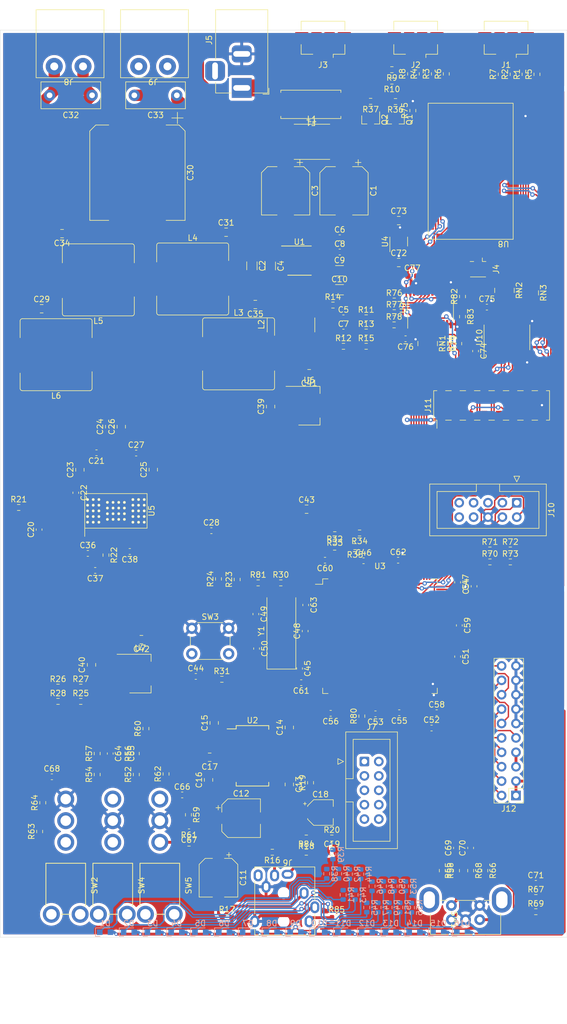
<source format=kicad_pcb>
(kicad_pcb (version 20210108) (generator pcbnew)

  (general
    (thickness 1.6)
  )

  (paper "A4")
  (layers
    (0 "F.Cu" signal)
    (31 "B.Cu" signal)
    (32 "B.Adhes" user "B.Adhesive")
    (33 "F.Adhes" user "F.Adhesive")
    (34 "B.Paste" user)
    (35 "F.Paste" user)
    (36 "B.SilkS" user "B.Silkscreen")
    (37 "F.SilkS" user "F.Silkscreen")
    (38 "B.Mask" user)
    (39 "F.Mask" user)
    (40 "Dwgs.User" user "User.Drawings")
    (41 "Cmts.User" user "User.Comments")
    (42 "Eco1.User" user "User.Eco1")
    (43 "Eco2.User" user "User.Eco2")
    (44 "Edge.Cuts" user)
    (45 "Margin" user)
    (46 "B.CrtYd" user "B.Courtyard")
    (47 "F.CrtYd" user "F.Courtyard")
    (48 "B.Fab" user)
    (49 "F.Fab" user)
  )

  (setup
    (stackup
      (layer "F.SilkS" (type "Top Silk Screen"))
      (layer "F.Paste" (type "Top Solder Paste"))
      (layer "F.Mask" (type "Top Solder Mask") (color "Green") (thickness 0.01))
      (layer "F.Cu" (type "copper") (thickness 0.035))
      (layer "dielectric 1" (type "core") (thickness 1.51) (material "FR4") (epsilon_r 4.5) (loss_tangent 0.02))
      (layer "B.Cu" (type "copper") (thickness 0.035))
      (layer "B.Mask" (type "Bottom Solder Mask") (color "Green") (thickness 0.01))
      (layer "B.Paste" (type "Bottom Solder Paste"))
      (layer "B.SilkS" (type "Bottom Silk Screen"))
      (copper_finish "None")
      (dielectric_constraints no)
    )
    (pcbplotparams
      (layerselection 0x00010fc_ffffffff)
      (disableapertmacros false)
      (usegerberextensions false)
      (usegerberattributes true)
      (usegerberadvancedattributes true)
      (creategerberjobfile true)
      (svguseinch false)
      (svgprecision 6)
      (excludeedgelayer true)
      (plotframeref false)
      (viasonmask false)
      (mode 1)
      (useauxorigin false)
      (hpglpennumber 1)
      (hpglpenspeed 20)
      (hpglpendiameter 15.000000)
      (dxfpolygonmode true)
      (dxfimperialunits true)
      (dxfusepcbnewfont true)
      (psnegative false)
      (psa4output false)
      (plotreference true)
      (plotvalue true)
      (plotinvisibletext false)
      (sketchpadsonfab false)
      (subtractmaskfromsilk false)
      (outputformat 1)
      (mirror false)
      (drillshape 1)
      (scaleselection 1)
      (outputdirectory "")
    )
  )


  (net 0 "")
  (net 1 "/Power Supply/19V_ANALOG")
  (net 2 "/Processor/~RST")
  (net 3 "/Processor/GPIO_I2S_WS")
  (net 4 "/Processor/SWCLK")
  (net 5 "/Front/MIC2")
  (net 6 "/Front/MIC1")
  (net 7 "+5V")
  (net 8 "/Processor/GPIO_I2S_SDO")
  (net 9 "/Processor/SWDIO")
  (net 10 "/Front/BT2")
  (net 11 "/Front/BT1")
  (net 12 "GND")
  (net 13 "Net-(R58-Pad2)")
  (net 14 "Net-(R59-Pad2)")
  (net 15 "/Front/PWR")
  (net 16 "Net-(D1-Pad1)")
  (net 17 "Net-(C31-Pad1)")
  (net 18 "/Speaker Amplifier/SPK_A+")
  (net 19 "/Speaker Amplifier/SPK_A-")
  (net 20 "Net-(C24-Pad1)")
  (net 21 "Net-(C25-Pad1)")
  (net 22 "Net-(C1-Pad1)")
  (net 23 "/Front/ENC_SW")
  (net 24 "Net-(C5-Pad1)")
  (net 25 "Net-(C6-Pad1)")
  (net 26 "Net-(C7-Pad1)")
  (net 27 "Net-(C7-Pad2)")
  (net 28 "Net-(C8-Pad1)")
  (net 29 "+3.3VA")
  (net 30 "Net-(C11-Pad1)")
  (net 31 "Net-(C11-Pad2)")
  (net 32 "Net-(C12-Pad1)")
  (net 33 "Net-(C12-Pad2)")
  (net 34 "Net-(C13-Pad1)")
  (net 35 "/Speaker Amplifier/3.3V")
  (net 36 "Net-(C18-Pad1)")
  (net 37 "Net-(C18-Pad2)")
  (net 38 "Net-(C20-Pad1)")
  (net 39 "Net-(C23-Pad1)")
  (net 40 "/Speaker Amplifier/SPK_B+")
  (net 41 "Net-(C26-Pad1)")
  (net 42 "/Speaker Amplifier/SPK_B-")
  (net 43 "Net-(C29-Pad1)")
  (net 44 "Net-(C32-Pad1)")
  (net 45 "Net-(C33-Pad1)")
  (net 46 "Net-(C36-Pad1)")
  (net 47 "Net-(C36-Pad2)")
  (net 48 "Net-(C37-Pad1)")
  (net 49 "Net-(F1-Pad2)")
  (net 50 "Net-(J1-Pad1)")
  (net 51 "Net-(J1-Pad2)")
  (net 52 "Net-(J1-Pad3)")
  (net 53 "/Processor/GPIO_I2S_SDI")
  (net 54 "Net-(J2-Pad1)")
  (net 55 "Net-(J2-Pad2)")
  (net 56 "Net-(J2-Pad3)")
  (net 57 "/Processor/GPIO_I2S_CK")
  (net 58 "/Front/ENC_A")
  (net 59 "Net-(J3-Pad2)")
  (net 60 "Net-(J3-Pad3)")
  (net 61 "/Front/ENC_B")
  (net 62 "no_connect_(J1-Pad4)")
  (net 63 "/Processor/USB1_DETECT")
  (net 64 "/Processor/USB1_DM")
  (net 65 "/Processor/USB2_DETECT")
  (net 66 "/Processor/USB2_DM")
  (net 67 "/Processor/USB1_DP")
  (net 68 "/Processor/USB2_DP")
  (net 69 "/Bluetooth/USB3_DM")
  (net 70 "/Bluetooth/USB3_DP")
  (net 71 "Net-(R11-Pad1)")
  (net 72 "Net-(R13-Pad1)")
  (net 73 "Net-(R18-Pad2)")
  (net 74 "Net-(R19-Pad2)")
  (net 75 "Net-(R22-Pad1)")
  (net 76 "no_connect_(J2-Pad4)")
  (net 77 "Net-(D2-Pad1)")
  (net 78 "no_connect_(J3-Pad1)")
  (net 79 "/Processor/GPIO_I2S_MCK")
  (net 80 "Net-(J4-Pad1)")
  (net 81 "Net-(R79-Pad1)")
  (net 82 "no_connect_(J3-Pad4)")
  (net 83 "Net-(R25-Pad2)")
  (net 84 "/Processor/GPIO_SPI_MISO")
  (net 85 "/Processor/EXT_READY")
  (net 86 "/Processor/GPIO_SPI_SCK")
  (net 87 "/Processor/GPIO_SPI_~SS")
  (net 88 "no_connect_(J5-Pad3)")
  (net 89 "Net-(R26-Pad2)")
  (net 90 "Net-(D3-Pad1)")
  (net 91 "/Processor/AMP_READY")
  (net 92 "+3V3")
  (net 93 "/Headphone Amplifier/HP_DETECT")
  (net 94 "/Front/FRONT_MOSI")
  (net 95 "/Front/FRONT_RCLK")
  (net 96 "Net-(C49-Pad2)")
  (net 97 "Net-(C50-Pad2)")
  (net 98 "/Bluetooth/SCL_1V8")
  (net 99 "/Front/FRONT_~RST")
  (net 100 "/Front/FRONT_SCLK")
  (net 101 "no_connect_(J7-Pad7)")
  (net 102 "/Front/IR")
  (net 103 "no_connect_(J7-Pad9)")
  (net 104 "no_connect_(J7-Pad10)")
  (net 105 "no_connect_(J10-Pad3)")
  (net 106 "no_connect_(J10-Pad5)")
  (net 107 "no_connect_(J10-Pad7)")
  (net 108 "no_connect_(J10-Pad8)")
  (net 109 "Net-(R27-Pad2)")
  (net 110 "Net-(R28-Pad2)")
  (net 111 "no_connect_(J10-Pad9)")
  (net 112 "no_connect_(J10-Pad10)")
  (net 113 "/Bluetooth/SDO")
  (net 114 "/Bluetooth/SDI")
  (net 115 "/Bluetooth/CK")
  (net 116 "/Bluetooth/WS")
  (net 117 "/Bluetooth/SPI{slash}~PCM")
  (net 118 "/Bluetooth/MFB")
  (net 119 "/Bluetooth/SCL")
  (net 120 "/Bluetooth/SDA")
  (net 121 "/Processor/~SPK_FAULT")
  (net 122 "/Headphone Amplifier/SCL")
  (net 123 "/Headphone Amplifier/SDA")
  (net 124 "Net-(C52-Pad1)")
  (net 125 "/Headphone Amplifier/CK")
  (net 126 "/Headphone Amplifier/WS")
  (net 127 "/Headphone Amplifier/SDO")
  (net 128 "/Front/VOL0")
  (net 129 "/Front/VOL1")
  (net 130 "/Front/VOL2")
  (net 131 "/Front/VOL3")
  (net 132 "/Front/VOL4")
  (net 133 "/Front/VOL5")
  (net 134 "/Front/VOL6")
  (net 135 "/Front/VOL7")
  (net 136 "/Bluetooth/SDA_1V8")
  (net 137 "Net-(C54-Pad1)")
  (net 138 "/Front/VOL8")
  (net 139 "/Front/VOL9")
  (net 140 "/Front/VOL10")
  (net 141 "/Front/VOL11")
  (net 142 "/Front/VOL12")
  (net 143 "/Front/VOL13")
  (net 144 "/Front/VOL14")
  (net 145 "/Front/VOL15")
  (net 146 "/Bluetooth/P18")
  (net 147 "/Bluetooth/P21")
  (net 148 "/Bluetooth/P31")
  (net 149 "/Bluetooth/P8")
  (net 150 "/Bluetooth/P9")
  (net 151 "/Bluetooth/P29")
  (net 152 "/Bluetooth/P30")
  (net 153 "no_connect_(SW2-Pad1)")
  (net 154 "no_connect_(U2-Pad2)")
  (net 155 "/Headphone Amplifier/SDI")
  (net 156 "/Bluetooth/MFB_")
  (net 157 "Net-(J11-Pad6)")
  (net 158 "Net-(R52-Pad2)")
  (net 159 "Net-(D4-Pad1)")
  (net 160 "Net-(R54-Pad2)")
  (net 161 "no_connect_(U2-Pad12)")
  (net 162 "no_connect_(U2-Pad13)")
  (net 163 "no_connect_(U2-Pad19)")
  (net 164 "no_connect_(U2-Pad20)")
  (net 165 "/Headphone Amplifier/MCLK")
  (net 166 "no_connect_(U2-Pad26)")
  (net 167 "/Processor/AMP_I2S_SDI")
  (net 168 "no_connect_(U3-Pad8)")
  (net 169 "no_connect_(U3-Pad9)")
  (net 170 "/Processor/GPIO_SPI_MOSI")
  (net 171 "no_connect_(U3-Pad19)")
  (net 172 "no_connect_(U3-Pad20)")
  (net 173 "no_connect_(J11-Pad8)")
  (net 174 "no_connect_(U3-Pad21)")
  (net 175 "/Bluetooth/3V3_BT")
  (net 176 "no_connect_(U3-Pad22)")
  (net 177 "no_connect_(U3-Pad70)")
  (net 178 "no_connect_(U3-Pad77)")
  (net 179 "no_connect_(U3-Pad78)")
  (net 180 "/Bluetooth/1V8_BT")
  (net 181 "/Bluetooth/SDO_3V3")
  (net 182 "no_connect_(J11-Pad10)")
  (net 183 "/Bluetooth/P29_1V8")
  (net 184 "/Bluetooth/P30_1V8")
  (net 185 "/Bluetooth/P18_1V8")
  (net 186 "/Bluetooth/P31_1V8")
  (net 187 "/Bluetooth/P8_1V8")
  (net 188 "/Bluetooth/P9_1V8")
  (net 189 "/Bluetooth/P21_1V8")
  (net 190 "/Bluetooth/SPI{slash}~PCM_1V8")
  (net 191 "/Bluetooth/SDO_1V8")
  (net 192 "no_connect_(U3-Pad79)")
  (net 193 "/Bluetooth/SDI_1V8")
  (net 194 "no_connect_(U3-Pad80)")
  (net 195 "Net-(RN1-Pad1)")
  (net 196 "Net-(RN1-Pad2)")
  (net 197 "Net-(RN1-Pad3)")
  (net 198 "Net-(RN1-Pad4)")
  (net 199 "Net-(RN2-Pad5)")
  (net 200 "Net-(R32-Pad2)")
  (net 201 "Net-(RN2-Pad6)")
  (net 202 "no_connect_(U3-Pad81)")
  (net 203 "no_connect_(U3-Pad82)")
  (net 204 "no_connect_(U3-Pad85)")
  (net 205 "no_connect_(U3-Pad86)")
  (net 206 "/Bluetooth/CK_1V8")
  (net 207 "/Bluetooth/WS_1V8")
  (net 208 "Net-(R60-Pad2)")
  (net 209 "Net-(D5-Pad1)")
  (net 210 "Net-(R63-Pad2)")
  (net 211 "Net-(D6-Pad1)")
  (net 212 "Net-(D7-Pad1)")
  (net 213 "Net-(D8-Pad1)")
  (net 214 "Net-(D9-Pad1)")
  (net 215 "Net-(D10-Pad1)")
  (net 216 "Net-(D11-Pad1)")
  (net 217 "Net-(D12-Pad1)")
  (net 218 "Net-(D13-Pad1)")
  (net 219 "Net-(D14-Pad1)")
  (net 220 "Net-(D15-Pad1)")
  (net 221 "Net-(D16-Pad1)")
  (net 222 "Net-(RN2-Pad7)")
  (net 223 "no_connect_(U3-Pad87)")
  (net 224 "no_connect_(U3-Pad88)")
  (net 225 "no_connect_(U3-Pad89)")
  (net 226 "no_connect_(U3-Pad90)")
  (net 227 "no_connect_(U3-Pad91)")
  (net 228 "no_connect_(U3-Pad92)")
  (net 229 "no_connect_(U3-Pad93)")
  (net 230 "no_connect_(U3-Pad97)")
  (net 231 "no_connect_(U3-Pad98)")
  (net 232 "no_connect_(U3-Pad99)")
  (net 233 "no_connect_(U3-Pad100)")
  (net 234 "no_connect_(U3-Pad101)")
  (net 235 "/Bluetooth/P17")
  (net 236 "/Bluetooth/P16")
  (net 237 "no_connect_(U3-Pad124)")
  (net 238 "/Bluetooth/P6")
  (net 239 "/Bluetooth/P7")
  (net 240 "no_connect_(U3-Pad132)")
  (net 241 "Net-(R66-Pad2)")
  (net 242 "no_connect_(U3-Pad133)")
  (net 243 "Net-(R67-Pad2)")
  (net 244 "no_connect_(U3-Pad134)")
  (net 245 "no_connect_(U3-Pad135)")
  (net 246 "Net-(R30-Pad2)")
  (net 247 "Net-(R80-Pad2)")
  (net 248 "Net-(R82-Pad1)")
  (net 249 "Net-(J6-PadS)")
  (net 250 "Net-(J6-PadR2)")
  (net 251 "Net-(R83-Pad1)")
  (net 252 "no_connect_(U3-Pad139)")
  (net 253 "no_connect_(U3-Pad140)")
  (net 254 "/Processor/~SPK_SD")
  (net 255 "no_connect_(U4-Pad4)")
  (net 256 "no_connect_(U8-Pad12)")
  (net 257 "no_connect_(U8-Pad16)")
  (net 258 "no_connect_(U8-Pad17)")
  (net 259 "no_connect_(U8-Pad20)")
  (net 260 "no_connect_(U8-Pad24)")
  (net 261 "Net-(RN2-Pad8)")
  (net 262 "Net-(RN3-Pad5)")
  (net 263 "no_connect_(U8-Pad28)")
  (net 264 "no_connect_(U8-Pad29)")
  (net 265 "Net-(RN3-Pad6)")
  (net 266 "Net-(RN3-Pad7)")
  (net 267 "Net-(RN3-Pad8)")
  (net 268 "no_connect_(U8-Pad30)")
  (net 269 "no_connect_(U8-Pad31)")
  (net 270 "no_connect_(U8-Pad32)")
  (net 271 "no_connect_(U8-Pad33)")
  (net 272 "no_connect_(U8-Pad34)")
  (net 273 "/Bluetooth/P17_1V8")
  (net 274 "/Bluetooth/P16_1V8")
  (net 275 "/Bluetooth/P7_1V8")
  (net 276 "/Bluetooth/P6_1V8")
  (net 277 "no_connect_(U8-Pad35)")
  (net 278 "no_connect_(U8-Pad36)")
  (net 279 "no_connect_(U8-Pad39)")
  (net 280 "no_connect_(U9-Pad9)")
  (net 281 "no_connect_(U9-Pad10)")
  (net 282 "no_connect_(U10-Pad9)")
  (net 283 "no_connect_(U10-Pad10)")

  (footprint "Resistor_SMD:R_0603_1608Metric" (layer "F.Cu") (at 137.4 32.725 90))

  (footprint "Resistor_SMD:R_0603_1608Metric" (layer "F.Cu") (at 139.45 32.725 90))

  (footprint "Resistor_SMD:R_0603_1608Metric" (layer "F.Cu") (at 143.7 32.725 90))

  (footprint "Resistor_SMD:R_0603_1608Metric" (layer "F.Cu") (at 157.6 32.8 90))

  (footprint "Connector_USB:USB_Micro-B_Amphenol_10104110_Horizontal" (layer "F.Cu") (at 138.3 27.6 180))

  (footprint "Package_QFP:LQFP-144_20x20mm_P0.5mm" (layer "F.Cu") (at 132 131.9))

  (footprint "Connector_USB:USB_Micro-B_Amphenol_10104110_Horizontal" (layer "F.Cu") (at 121.95 27.6 180))

  (footprint "Resistor_SMD:R_0603_1608Metric" (layer "F.Cu") (at 159.7 32.8 90))

  (footprint "Resistor_SMD:R_0603_1608Metric" (layer "F.Cu") (at 153.4 32.8 90))

  (footprint "Resistor_SMD:R_0603_1608Metric" (layer "F.Cu") (at 134.1 31.98 180))

  (footprint "Resistor_SMD:R_0603_1608Metric" (layer "F.Cu") (at 155.5 32.8 90))

  (footprint "Resistor_SMD:R_0603_1608Metric" (layer "F.Cu") (at 141.6 32.725 90))

  (footprint "Package_SO:SSOP-28_5.3x10.2mm_P0.65mm" (layer "F.Cu") (at 109.5 153))

  (footprint "Package_SO:Diodes_SO-8EP" (layer "F.Cu") (at 117.8025 65.655))

  (footprint "Connector_USB:USB_Micro-B_Amphenol_10104110_Horizontal" (layer "F.Cu") (at 154.25 27.6 180))

  (footprint "Resistor_SMD:R_0603_1608Metric" (layer "F.Cu") (at 134.1 34 180))

  (footprint "Connector_BarrelJack:BarrelJack_Horizontal" (layer "F.Cu") (at 107.6 35.2 -90))

  (footprint "Capacitor_SMD:C_0805_2012Metric" (layer "F.Cu") (at 116 158.05 -90))

  (footprint "Capacitor_SMD:C_0805_2012Metric" (layer "F.Cu") (at 116 148 90))

  (footprint "Capacitor_SMD:C_0805_2012Metric" (layer "F.Cu") (at 102.75 147.2 90))

  (footprint "Resistor_SMD:R_0603_1608Metric" (layer "F.Cu") (at 113 170 180))

  (footprint "Resistor_SMD:R_0603_1608Metric" (layer "F.Cu") (at 105 181.5))

  (footprint "Capacitor_SMD:C_0805_2012Metric" (layer "F.Cu") (at 101.75 157.25 90))

  (footprint "Capacitor_SMD:C_0805_2012Metric" (layer "F.Cu") (at 101.95 153.25 180))

  (footprint "Capacitor_SMD:C_0603_1608Metric" (layer "F.Cu") (at 125.55 75.75))

  (footprint "Capacitor_SMD:C_0603_1608Metric" (layer "F.Cu") (at 125.55 78.26))

  (footprint "Resistor_SMD:R_0603_1608Metric" (layer "F.Cu") (at 129.56 75.75))

  (footprint "Resistor_SMD:R_0603_1608Metric" (layer "F.Cu") (at 125.55 80.77))

  (footprint "Resistor_SMD:R_0603_1608Metric" (layer "F.Cu") (at 129.56 78.26))

  (footprint "Resistor_SMD:R_0603_1608Metric" (layer "F.Cu") (at 123.7 73.5))

  (footprint "Resistor_SMD:R_0603_1608Metric" (layer "F.Cu") (at 129.56 80.77))

  (footprint "Resistor_SMD:R_0603_1608Metric" (layer "F.Cu") (at 119.75 157.75 90))

  (footprint "Resistor_SMD:R_0603_1608Metric" (layer "F.Cu") (at 123.5 167.5))

  (footprint "Resistor_SMD:R_0603_1608Metric" (layer "F.Cu") (at 119 167.5 180))

  (footprint "Capacitor_SMD:CP_Elec_8x10" (layer "F.Cu") (at 125.65 53.35 -90))

  (footprint "Capacitor_SMD:C_1206_3216Metric" (layer "F.Cu") (at 109.4 66.575 -90))

  (footprint "Capacitor_SMD:CP_Elec_8x10" (layer "F.Cu") (at 115.35 53.35 -90))

  (footprint "Capacitor_SMD:C_1206_3216Metric" (layer "F.Cu") (at 112.65 66.6 -90))

  (footprint "Inductor_SMD:L_Bourns-SRN8040_8x8.15mm" (layer "F.Cu") (at 116.3 77 90))

  (footprint "Capacitor_SMD:C_0603_1608Metric" (layer "F.Cu") (at 123.5 170))

  (footprint "Inductor_SMD:L_Taiyo-Yuden_NR-60xx" (layer "F.Cu") (at 120 44.7))

  (footprint "Capacitor_SMD:CP_Elec_6.3x7.7" (layer "F.Cu")
    (tedit 5BCA39D0) (tstamp 00000000-0000-0000-0000-00005fb07a07)
    (at 103.5 174.5 -90)
    (descr "SMD capacitor, aluminum electrolytic, Nichicon, 6.3x7.7mm")
    (tags "capacitor electrolytic")
    (property "Dateiname Blatt" "headphone-amp.kicad_sch")
    (property "Mouser" "140-VZL221M1CTR-0607")
    (property "Part Name" "Lelon VZL221M1CTR-0607")
    (property "Schaltplanname" "Headphone Amplifier")
    (path "/00000000-0000-0000-0000-00005fa5bd36/00000000-0000-0000-0000-00005fb75a99")
    (attr smd)
    (fp_text reference "C11" (at 0 -4.35 90) (layer "F.SilkS")
      (effects (font (size 1 1) (thickness 0.15)))
      (tstamp f9416f35-fab8-47ef-8632-84fcdb77db69)
    )
    (fp_text value "220uF" (at 0 4.35 90) (layer "F.Fab")
      (effects (font (size 1 1) (thickness 0.15)))
      (tstamp 0a1004d0-aaa3-462c-accb-234d4e3c9b3e)
    )
    (fp_text user "${REFERENCE}" (at 0 0 90) (layer "F.Fab")
      (effects (font (size 1 1) (thickness 0.15)))
      (tstamp c2612a48-40fd-4824-97a3-26e144d66888)
    )
    (fp_line (start -2.345563 -3.41) (end 3.41 -3.41) (layer "F.SilkS") (width 0.12) (tstamp 1abdeec0-537c-4e1d-9da7-38434e28048e))
    (fp_line (start -4.04375 -2.24125) (end -4.04375 -1.45375) (layer "F.SilkS") (width 0.12) (tstamp 747b968e-91ff-401f-b82a-0fb2828daee4))
    (fp_line (start 3.41 -3.41) (end 3.41 -1.06) (layer "F.SilkS") (width 0.12) (tstamp acdd590a-7ea4-4379-ade1-e0ce2e08e89e))
    (fp_line (start -2.345563 3.41) (end 3.41 3.41) (layer "F.SilkS") (width 0.12) (tstamp b79a06e7-6da1-4d34-bbf2-3f2eb4ffd4d7))
    (fp_line (start -3.41 -2.345563) (end -3.41 -1.06) (layer "F.SilkS") (width 0.12) (tstamp bb1786c7-53a9-4f5d-928c-c1e807553afa))
    (fp_line (start -3.41 2.345563) (end -3.41 1.06) (layer "F.SilkS") (width 0.12) (tstamp bfbadd22-ec78-464b-beb0-408d1bd95f43))
    (fp_line (start 3.41 3.41) (end 3.41 1.06) (layer "F.SilkS") (width 0.12) (tstamp c37c42f7-3823-4401-9577-3d18d31c03ee))
    (fp_line (start -3.41 2.345563) (end -2.345563 3.41) (layer "F.SilkS") (width 0.12) (tstamp dc969c5d-c7bf-429e-a57d-ebfba7ddf4f8))
    (fp_line (start -3.41 -2.345563) (end -2.345563 -3.41) (layer "F.SilkS") (width 0.12) (tstamp f49d2fd3-9dc9-4ad2-a719-5bd89cb7fc69))
    (fp_line (start -4.4375 -1.8475) (end -3.65 -1.8475) (layer "F.SilkS") (width 0.12) (tstamp f7d64641-b960-49b2-9ed3-4f4216a1e6e2))
    (fp_line (start -3.55 2.4) (end -2.4 3.55) (layer "F.CrtYd") (width 0.05) (tstamp 0fc1c5f2-194c-40ef-8970-98162d8363f6))
    (fp_line (start -2.4 3.55) (end 3.55 3.55) (layer "F.CrtYd") (width 0.05) (tstamp 17b9e4b3-fcc2-46db-966a-442a10411c3a))
    (fp_line (start -3.55 1.05) (end -3.55 2.4) (layer "F.CrtYd") (width 0.05) (tstamp 23f1fc83-d1fa-42fa-8ae5-6a32950635a7))
    (fp_line (start -3.55 -1.05) (end -4.7 -1.05) (layer "F.CrtYd") (width 0.05) (tstamp 43635571-7667-4d06-a523-2fc65eba4a30))
    (fp_line (start -4.7 -1.05) (end -4.7 1.05) (layer "F.CrtYd") (width 0.05) (tstamp 6a33a5e4-5256-40ad-8335-dec57b43281a))
    (fp_line (start -3.55 -2.4) (end -3.55 -1.05) (layer "F.CrtYd") (width 0.05) (tstamp 77d8877d-7521-489d-a964-6aa3e62268cf))
    (fp_line (start -2.4 -3.55) (end 3.55 -3.55) (layer "F.CrtYd") (width 0.05) (tstamp 78cec00b-da56-46f1-9179-902302d257e5))
    (fp_line (start -3.55 -2.4) (end -2.4 -3.55) (layer "F.CrtYd") (width 0.05) (
... [2231160 chars truncated]
</source>
